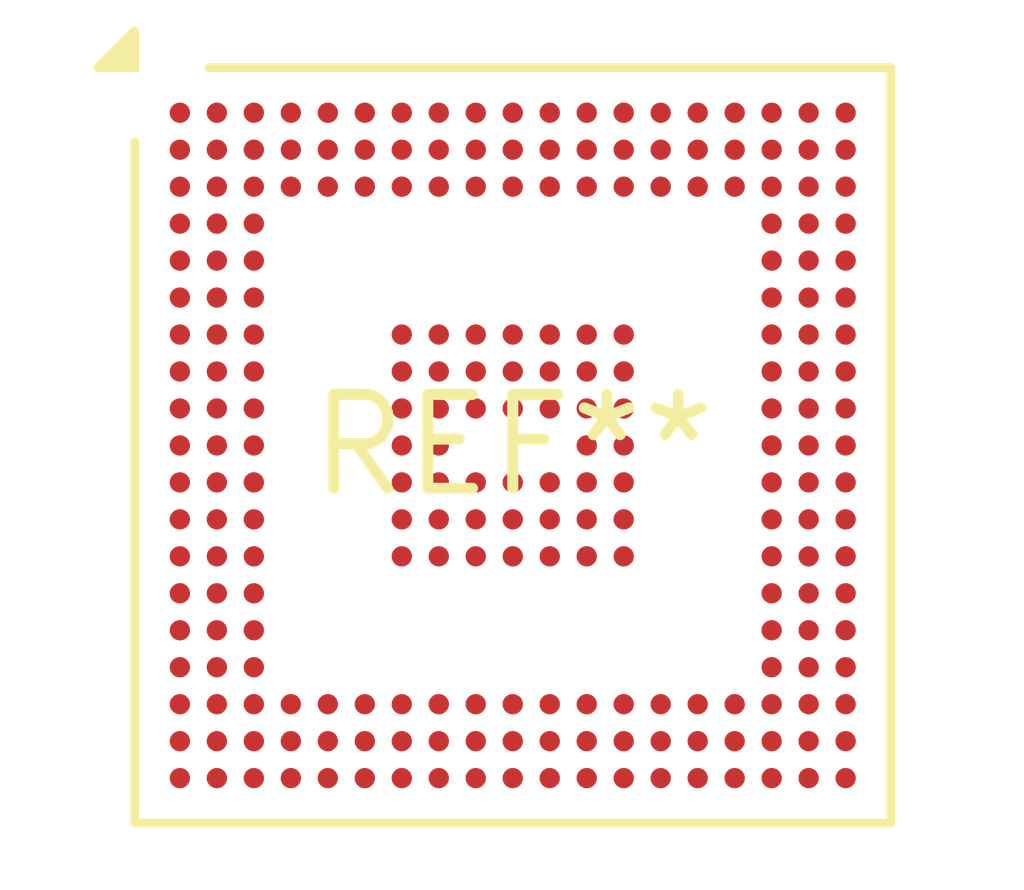
<source format=kicad_pcb>
(kicad_pcb (version 20240108) (generator pcbnew)
  (layers (0 "F.Cu" signal) (31 "B.Cu" signal) (34 "B.Paste" user) (35 "F.Paste" user) (36 "B.SilkS" user "B.Silkscreen") (37 "F.SilkS" user "F.Silkscreen") (38 "B.Mask" user) (39 "F.Mask" user) (44 "Edge.Cuts" user))
  (net 0 "")
  (footprint "Xilinx_CPG238" (layer "F.Cu") (at 0 0)
    (property "Reference" "REF**")
    (property "Value" "Xilinx_CPG238")
    (fp_line (start -5.11 5.11) (end -5.11 -4.11) (layer "F.SilkS") (stroke (width 0.12)))
    (fp_line (start -4.11 -5.11) (end 5.11 -5.11) (layer "F.SilkS") (stroke (width 0.12)))
    (fp_line (start 5.11 -5.11) (end 5.11 5.11) (layer "F.SilkS") (stroke (width 0.12)))
    (fp_line (start 5.11 5.11) (end -5.11 5.11) (layer "F.SilkS") (stroke (width 0.12)))
    (fp_poly (pts (xy -5.11 -5.11) (xy -5.61 -5.11) (xy -5.11 -5.61) (xy -5.11 -5.11)) (layer "F.SilkS") (stroke (width 0.12)) (fill solid))
    (pad "A1" smd circle (at -4.5 -4.5) (size 0.275 0.275) (property pad_prop_bga) (layers "F.Cu" "F.Paste" "F.Mask"))
    (pad "A2" smd circle (at -4 -4.5) (size 0.275 0.275) (property pad_prop_bga) (layers "F.Cu" "F.Paste" "F.Mask"))
    (pad "A3" smd circle (at -3.5 -4.5) (size 0.275 0.275) (property pad_prop_bga) (layers "F.Cu" "F.Paste" "F.Mask"))
    (pad "A4" smd circle (at -3 -4.5) (size 0.275 0.275) (property pad_prop_bga) (layers "F.Cu" "F.Paste" "F.Mask"))
    (pad "A5" smd circle (at -2.5 -4.5) (size 0.275 0.275) (property pad_prop_bga) (layers "F.Cu" "F.Paste" "F.Mask"))
    (pad "A6" smd circle (at -2 -4.5) (size 0.275 0.275) (property pad_prop_bga) (layers "F.Cu" "F.Paste" "F.Mask"))
    (pad "A7" smd circle (at -1.5 -4.5) (size 0.275 0.275) (property pad_prop_bga) (layers "F.Cu" "F.Paste" "F.Mask"))
    (pad "A8" smd circle (at -1 -4.5) (size 0.275 0.275) (property pad_prop_bga) (layers "F.Cu" "F.Paste" "F.Mask"))
    (pad "A9" smd circle (at -0.5 -4.5) (size 0.275 0.275) (property pad_prop_bga) (layers "F.Cu" "F.Paste" "F.Mask"))
    (pad "A10" smd circle (at 0 -4.5) (size 0.275 0.275) (property pad_prop_bga) (layers "F.Cu" "F.Paste" "F.Mask"))
    (pad "A11" smd circle (at 0.5 -4.5) (size 0.275 0.275) (property pad_prop_bga) (layers "F.Cu" "F.Paste" "F.Mask"))
    (pad "A12" smd circle (at 1 -4.5) (size 0.275 0.275) (property pad_prop_bga) (layers "F.Cu" "F.Paste" "F.Mask"))
    (pad "A13" smd circle (at 1.5 -4.5) (size 0.275 0.275) (property pad_prop_bga) (layers "F.Cu" "F.Paste" "F.Mask"))
    (pad "A14" smd circle (at 2 -4.5) (size 0.275 0.275) (property pad_prop_bga) (layers "F.Cu" "F.Paste" "F.Mask"))
    (pad "A15" smd circle (at 2.5 -4.5) (size 0.275 0.275) (property pad_prop_bga) (layers "F.Cu" "F.Paste" "F.Mask"))
    (pad "A16" smd circle (at 3 -4.5) (size 0.275 0.275) (property pad_prop_bga) (layers "F.Cu" "F.Paste" "F.Mask"))
    (pad "A17" smd circle (at 3.5 -4.5) (size 0.275 0.275) (property pad_prop_bga) (layers "F.Cu" "F.Paste" "F.Mask"))
    (pad "A18" smd circle (at 4 -4.5) (size 0.275 0.275) (property pad_prop_bga) (layers "F.Cu" "F.Paste" "F.Mask"))
    (pad "A19" smd circle (at 4.5 -4.5) (size 0.275 0.275) (property pad_prop_bga) (layers "F.Cu" "F.Paste" "F.Mask"))
    (pad "B1" smd circle (at -4.5 -4) (size 0.275 0.275) (property pad_prop_bga) (layers "F.Cu" "F.Paste" "F.Mask"))
    (pad "B2" smd circle (at -4 -4) (size 0.275 0.275) (property pad_prop_bga) (layers "F.Cu" "F.Paste" "F.Mask"))
    (pad "B3" smd circle (at -3.5 -4) (size 0.275 0.275) (property pad_prop_bga) (layers "F.Cu" "F.Paste" "F.Mask"))
    (pad "B4" smd circle (at -3 -4) (size 0.275 0.275) (property pad_prop_bga) (layers "F.Cu" "F.Paste" "F.Mask"))
    (pad "B5" smd circle (at -2.5 -4) (size 0.275 0.275) (property pad_prop_bga) (layers "F.Cu" "F.Paste" "F.Mask"))
    (pad "B6" smd circle (at -2 -4) (size 0.275 0.275) (property pad_prop_bga) (layers "F.Cu" "F.Paste" "F.Mask"))
    (pad "B7" smd circle (at -1.5 -4) (size 0.275 0.275) (property pad_prop_bga) (layers "F.Cu" "F.Paste" "F.Mask"))
    (pad "B8" smd circle (at -1 -4) (size 0.275 0.275) (property pad_prop_bga) (layers "F.Cu" "F.Paste" "F.Mask"))
    (pad "B9" smd circle (at -0.5 -4) (size 0.275 0.275) (property pad_prop_bga) (layers "F.Cu" "F.Paste" "F.Mask"))
    (pad "B10" smd circle (at 0 -4) (size 0.275 0.275) (property pad_prop_bga) (layers "F.Cu" "F.Paste" "F.Mask"))
    (pad "B11" smd circle (at 0.5 -4) (size 0.275 0.275) (property pad_prop_bga) (layers "F.Cu" "F.Paste" "F.Mask"))
    (pad "B12" smd circle (at 1 -4) (size 0.275 0.275) (property pad_prop_bga) (layers "F.Cu" "F.Paste" "F.Mask"))
    (pad "B13" smd circle (at 1.5 -4) (size 0.275 0.275) (property pad_prop_bga) (layers "F.Cu" "F.Paste" "F.Mask"))
    (pad "B14" smd circle (at 2 -4) (size 0.275 0.275) (property pad_prop_bga) (layers "F.Cu" "F.Paste" "F.Mask"))
    (pad "B15" smd circle (at 2.5 -4) (size 0.275 0.275) (property pad_prop_bga) (layers "F.Cu" "F.Paste" "F.Mask"))
    (pad "B16" smd circle (at 3 -4) (size 0.275 0.275) (property pad_prop_bga) (layers "F.Cu" "F.Paste" "F.Mask"))
    (pad "B17" smd circle (at 3.5 -4) (size 0.275 0.275) (property pad_prop_bga) (layers "F.Cu" "F.Paste" "F.Mask"))
    (pad "B18" smd circle (at 4 -4) (size 0.275 0.275) (property pad_prop_bga) (layers "F.Cu" "F.Paste" "F.Mask"))
    (pad "B19" smd circle (at 4.5 -4) (size 0.275 0.275) (property pad_prop_bga) (layers "F.Cu" "F.Paste" "F.Mask"))
    (pad "C1" smd circle (at -4.5 -3.5) (size 0.275 0.275) (property pad_prop_bga) (layers "F.Cu" "F.Paste" "F.Mask"))
    (pad "C2" smd circle (at -4 -3.5) (size 0.275 0.275) (property pad_prop_bga) (layers "F.Cu" "F.Paste" "F.Mask"))
    (pad "C3" smd circle (at -3.5 -3.5) (size 0.275 0.275) (property pad_prop_bga) (layers "F.Cu" "F.Paste" "F.Mask"))
    (pad "C4" smd circle (at -3 -3.5) (size 0.275 0.275) (property pad_prop_bga) (layers "F.Cu" "F.Paste" "F.Mask"))
    (pad "C5" smd circle (at -2.5 -3.5) (size 0.275 0.275) (property pad_prop_bga) (layers "F.Cu" "F.Paste" "F.Mask"))
    (pad "C6" smd circle (at -2 -3.5) (size 0.275 0.275) (property pad_prop_bga) (layers "F.Cu" "F.Paste" "F.Mask"))
    (pad "C7" smd circle (at -1.5 -3.5) (size 0.275 0.275) (property pad_prop_bga) (layers "F.Cu" "F.Paste" "F.Mask"))
    (pad "C8" smd circle (at -1 -3.5) (size 0.275 0.275) (property pad_prop_bga) (layers "F.Cu" "F.Paste" "F.Mask"))
    (pad "C9" smd circle (at -0.5 -3.5) (size 0.275 0.275) (property pad_prop_bga) (layers "F.Cu" "F.Paste" "F.Mask"))
    (pad "C10" smd circle (at 0 -3.5) (size 0.275 0.275) (property pad_prop_bga) (layers "F.Cu" "F.Paste" "F.Mask"))
    (pad "C11" smd circle (at 0.5 -3.5) (size 0.275 0.275) (property pad_prop_bga) (layers "F.Cu" "F.Paste" "F.Mask"))
    (pad "C12" smd circle (at 1 -3.5) (size 0.275 0.275) (property pad_prop_bga) (layers "F.Cu" "F.Paste" "F.Mask"))
    (pad "C13" smd circle (at 1.5 -3.5) (size 0.275 0.275) (property pad_prop_bga) (layers "F.Cu" "F.Paste" "F.Mask"))
    (pad "C14" smd circle (at 2 -3.5) (size 0.275 0.275) (property pad_prop_bga) (layers "F.Cu" "F.Paste" "F.Mask"))
    (pad "C15" smd circle (at 2.5 -3.5) (size 0.275 0.275) (property pad_prop_bga) (layers "F.Cu" "F.Paste" "F.Mask"))
    (pad "C16" smd circle (at 3 -3.5) (size 0.275 0.275) (property pad_prop_bga) (layers "F.Cu" "F.Paste" "F.Mask"))
    (pad "C17" smd circle (at 3.5 -3.5) (size 0.275 0.275) (property pad_prop_bga) (layers "F.Cu" "F.Paste" "F.Mask"))
    (pad "C18" smd circle (at 4 -3.5) (size 0.275 0.275) (property pad_prop_bga) (layers "F.Cu" "F.Paste" "F.Mask"))
    (pad "C19" smd circle (at 4.5 -3.5) (size 0.275 0.275) (property pad_prop_bga) (layers "F.Cu" "F.Paste" "F.Mask"))
    (pad "D1" smd circle (at -4.5 -3) (size 0.275 0.275) (property pad_prop_bga) (layers "F.Cu" "F.Paste" "F.Mask"))
    (pad "D2" smd circle (at -4 -3) (size 0.275 0.275) (property pad_prop_bga) (layers "F.Cu" "F.Paste" "F.Mask"))
    (pad "D3" smd circle (at -3.5 -3) (size 0.275 0.275) (property pad_prop_bga) (layers "F.Cu" "F.Paste" "F.Mask"))
    (pad "D17" smd circle (at 3.5 -3) (size 0.275 0.275) (property pad_prop_bga) (layers "F.Cu" "F.Paste" "F.Mask"))
    (pad "D18" smd circle (at 4 -3) (size 0.275 0.275) (property pad_prop_bga) (layers "F.Cu" "F.Paste" "F.Mask"))
    (pad "D19" smd circle (at 4.5 -3) (size 0.275 0.275) (property pad_prop_bga) (layers "F.Cu" "F.Paste" "F.Mask"))
    (pad "E1" smd circle (at -4.5 -2.5) (size 0.275 0.275) (property pad_prop_bga) (layers "F.Cu" "F.Paste" "F.Mask"))
    (pad "E2" smd circle (at -4 -2.5) (size 0.275 0.275) (property pad_prop_bga) (layers "F.Cu" "F.Paste" "F.Mask"))
    (pad "E3" smd circle (at -3.5 -2.5) (size 0.275 0.275) (property pad_prop_bga) (layers "F.Cu" "F.Paste" "F.Mask"))
    (pad "E17" smd circle (at 3.5 -2.5) (size 0.275 0.275) (property pad_prop_bga) (layers "F.Cu" "F.Paste" "F.Mask"))
    (pad "E18" smd circle (at 4 -2.5) (size 0.275 0.275) (property pad_prop_bga) (layers "F.Cu" "F.Paste" "F.Mask"))
    (pad "E19" smd circle (at 4.5 -2.5) (size 0.275 0.275) (property pad_prop_bga) (layers "F.Cu" "F.Paste" "F.Mask"))
    (pad "F1" smd circle (at -4.5 -2) (size 0.275 0.275) (property pad_prop_bga) (layers "F.Cu" "F.Paste" "F.Mask"))
    (pad "F2" smd circle (at -4 -2) (size 0.275 0.275) (property pad_prop_bga) (layers "F.Cu" "F.Paste" "F.Mask"))
    (pad "F3" smd circle (at -3.5 -2) (size 0.275 0.275) (property pad_prop_bga) (layers "F.Cu" "F.Paste" "F.Mask"))
    (pad "F17" smd circle (at 3.5 -2) (size 0.275 0.275) (property pad_prop_bga) (layers "F.Cu" "F.Paste" "F.Mask"))
    (pad "F18" smd circle (at 4 -2) (size 0.275 0.275) (property pad_prop_bga) (layers "F.Cu" "F.Paste" "F.Mask"))
    (pad "F19" smd circle (at 4.5 -2) (size 0.275 0.275) (property pad_prop_bga) (layers "F.Cu" "F.Paste" "F.Mask"))
    (pad "G1" smd circle (at -4.5 -1.5) (size 0.275 0.275) (property pad_prop_bga) (layers "F.Cu" "F.Paste" "F.Mask"))
    (pad "G2" smd circle (at -4 -1.5) (size 0.275 0.275) (property pad_prop_bga) (layers "F.Cu" "F.Paste" "F.Mask"))
    (pad "G3" smd circle (at -3.5 -1.5) (size 0.275 0.275) (property pad_prop_bga) (layers "F.Cu" "F.Paste" "F.Mask"))
    (pad "G7" smd circle (at -1.5 -1.5) (size 0.275 0.275) (property pad_prop_bga) (layers "F.Cu" "F.Paste" "F.Mask"))
    (pad "G8" smd circle (at -1 -1.5) (size 0.275 0.275) (property pad_prop_bga) (layers "F.Cu" "F.Paste" "F.Mask"))
    (pad "G9" smd circle (at -0.5 -1.5) (size 0.275 0.275) (property pad_prop_bga) (layers "F.Cu" "F.Paste" "F.Mask"))
    (pad "G10" smd circle (at 0 -1.5) (size 0.275 0.275) (property pad_prop_bga) (layers "F.Cu" "F.Paste" "F.Mask"))
    (pad "G11" smd circle (at 0.5 -1.5) (size 0.275 0.275) (property pad_prop_bga) (layers "F.Cu" "F.Paste" "F.Mask"))
    (pad "G12" smd circle (at 1 -1.5) (size 0.275 0.275) (property pad_prop_bga) (layers "F.Cu" "F.Paste" "F.Mask"))
    (pad "G13" smd circle (at 1.5 -1.5) (size 0.275 0.275) (property pad_prop_bga) (layers "F.Cu" "F.Paste" "F.Mask"))
    (pad "G17" smd circle (at 3.5 -1.5) (size 0.275 0.275) (property pad_prop_bga) (layers "F.Cu" "F.Paste" "F.Mask"))
    (pad "G18" smd circle (at 4 -1.5) (size 0.275 0.275) (property pad_prop_bga) (layers "F.Cu" "F.Paste" "F.Mask"))
    (pad "G19" smd circle (at 4.5 -1.5) (size 0.275 0.275) (property pad_prop_bga) (layers "F.Cu" "F.Paste" "F.Mask"))
    (pad "H1" smd circle (at -4.5 -1) (size 0.275 0.275) (property pad_prop_bga) (layers "F.Cu" "F.Paste" "F.Mask"))
    (pad "H2" smd circle (at -4 -1) (size 0.275 0.275) (property pad_prop_bga) (layers "F.Cu" "F.Paste" "F.Mask"))
    (pad "H3" smd circle (at -3.5 -1) (size 0.275 0.275) (property pad_prop_bga) (layers "F.Cu" "F.Paste" "F.Mask"))
    (pad "H7" smd circle (at -1.5 -1) (size 0.275 0.275) (property pad_prop_bga) (layers "F.Cu" "F.Paste" "F.Mask"))
    (pad "H8" smd circle (at -1 -1) (size 0.275 0.275) (property pad_prop_bga) (layers "F.Cu" "F.Paste" "F.Mask"))
    (pad "H9" smd circle (at -0.5 -1) (size 0.275 0.275) (property pad_prop_bga) (layers "F.Cu" "F.Paste" "F.Mask"))
    (pad "H10" smd circle (at 0 -1) (size 0.275 0.275) (property pad_prop_bga) (layers "F.Cu" "F.Paste" "F.Mask"))
    (pad "H11" smd circle (at 0.5 -1) (size 0.275 0.275) (property pad_prop_bga) (layers "F.Cu" "F.Paste" "F.Mask"))
    (pad "H12" smd circle (at 1 -1) (size 0.275 0.275) (property pad_prop_bga) (layers "F.Cu" "F.Paste" "F.Mask"))
    (pad "H13" smd circle (at 1.5 -1) (size 0.275 0.275) (property pad_prop_bga) (layers "F.Cu" "F.Paste" "F.Mask"))
    (pad "H17" smd circle (at 3.5 -1) (size 0.275 0.275) (property pad_prop_bga) (layers "F.Cu" "F.Paste" "F.Mask"))
    (pad "H18" smd circle (at 4 -1) (size 0.275 0.275) (property pad_prop_bga) (layers "F.Cu" "F.Paste" "F.Mask"))
    (pad "H19" smd circle (at 4.5 -1) (size 0.275 0.275) (property pad_prop_bga) (layers "F.Cu" "F.Paste" "F.Mask"))
    (pad "J1" smd circle (at -4.5 -0.5) (size 0.275 0.275) (property pad_prop_bga) (layers "F.Cu" "F.Paste" "F.Mask"))
    (pad "J2" smd circle (at -4 -0.5) (size 0.275 0.275) (property pad_prop_bga) (layers "F.Cu" "F.Paste" "F.Mask"))
    (pad "J3" smd circle (at -3.5 -0.5) (size 0.275 0.275) (property pad_prop_bga) (layers "F.Cu" "F.Paste" "F.Mask"))
    (pad "J7" smd circle (at -1.5 -0.5) (size 0.275 0.275) (property pad_prop_bga) (layers "F.Cu" "F.Paste" "F.Mask"))
    (pad "J8" smd circle (at -1 -0.5) (size 0.275 0.275) (property pad_prop_bga) (layers "F.Cu" "F.Paste" "F.Mask"))
    (pad "J9" smd circle (at -0.5 -0.5) (size 0.275 0.275) (property pad_prop_bga) (layers "F.Cu" "F.Paste" "F.Mask"))
    (pad "J10" smd circle (at 0 -0.5) (size 0.275 0.275) (property pad_prop_bga) (layers "F.Cu" "F.Paste" "F.Mask"))
    (pad "J11" smd circle (at 0.5 -0.5) (size 0.275 0.275) (property pad_prop_bga) (layers "F.Cu" "F.Paste" "F.Mask"))
    (pad "J12" smd circle (at 1 -0.5) (size 0.275 0.275) (property pad_prop_bga) (layers "F.Cu" "F.Paste" "F.Mask"))
    (pad "J13" smd circle (at 1.5 -0.5) (size 0.275 0.275) (property pad_prop_bga) (layers "F.Cu" "F.Paste" "F.Mask"))
    (pad "J17" smd circle (at 3.5 -0.5) (size 0.275 0.275) (property pad_prop_bga) (layers "F.Cu" "F.Paste" "F.Mask"))
    (pad "J18" smd circle (at 4 -0.5) (size 0.275 0.275) (property pad_prop_bga) (layers "F.Cu" "F.Paste" "F.Mask"))
    (pad "J19" smd circle (at 4.5 -0.5) (size 0.275 0.275) (property pad_prop_bga) (layers "F.Cu" "F.Paste" "F.Mask"))
    (pad "K1" smd circle (at -4.5 0) (size 0.275 0.275) (property pad_prop_bga) (layers "F.Cu" "F.Paste" "F.Mask"))
    (pad "K2" smd circle (at -4 0) (size 0.275 0.275) (property pad_prop_bga) (layers "F.Cu" "F.Paste" "F.Mask"))
    (pad "K3" smd circle (at -3.5 0) (size 0.275 0.275) (property pad_prop_bga) (layers "F.Cu" "F.Paste" "F.Mask"))
    (pad "K7" smd circle (at -1.5 0) (size 0.275 0.275) (property pad_prop_bga) (layers "F.Cu" "F.Paste" "F.Mask"))
    (pad "K8" smd circle (at -1 0) (size 0.275 0.275) (property pad_prop_bga) (layers "F.Cu" "F.Paste" "F.Mask"))
    (pad "K12" smd circle (at 1 0) (size 0.275 0.275) (property pad_prop_bga) (layers "F.Cu" "F.Paste" "F.Mask"))
    (pad "K13" smd circle (at 1.5 0) (size 0.275 0.275) (property pad_prop_bga) (layers "F.Cu" "F.Paste" "F.Mask"))
    (pad "K17" smd circle (at 3.5 0) (size 0.275 0.275) (property pad_prop_bga) (layers "F.Cu" "F.Paste" "F.Mask"))
    (pad "K18" smd circle (at 4 0) (size 0.275 0.275) (property pad_prop_bga) (layers "F.Cu" "F.Paste" "F.Mask"))
    (pad "K19" smd circle (at 4.5 0) (size 0.275 0.275) (property pad_prop_bga) (layers "F.Cu" "F.Paste" "F.Mask"))
    (pad "L1" smd circle (at -4.5 0.5) (size 0.275 0.275) (property pad_prop_bga) (layers "F.Cu" "F.Paste" "F.Mask"))
    (pad "L2" smd circle (at -4 0.5) (size 0.275 0.275) (property pad_prop_bga) (layers "F.Cu" "F.Paste" "F.Mask"))
    (pad "L3" smd circle (at -3.5 0.5) (size 0.275 0.275) (property pad_prop_bga) (layers "F.Cu" "F.Paste" "F.Mask"))
    (pad "L7" smd circle (at -1.5 0.5) (size 0.275 0.275) (property pad_prop_bga) (layers "F.Cu" "F.Paste" "F.Mask"))
    (pad "L8" smd circle (at -1 0.5) (size 0.275 0.275) (property pad_prop_bga) (layers "F.Cu" "F.Paste" "F.Mask"))
    (pad "L9" smd circle (at -0.5 0.5) (size 0.275 0.275) (property pad_prop_bga) (layers "F.Cu" "F.Paste" "F.Mask"))
    (pad "L10" smd circle (at 0 0.5) (size 0.275 0.275) (property pad_prop_bga) (layers "F.Cu" "F.Paste" "F.Mask"))
    (pad "L11" smd circle (at 0.5 0.5) (size 0.275 0.275) (property pad_prop_bga) (layers "F.Cu" "F.Paste" "F.Mask"))
    (pad "L12" smd circle (at 1 0.5) (size 0.275 0.275) (property pad_prop_bga) (layers "F.Cu" "F.Paste" "F.Mask"))
    (pad "L13" smd circle (at 1.5 0.5) (size 0.275 0.275) (property pad_prop_bga) (layers "F.Cu" "F.Paste" "F.Mask"))
    (pad "L17" smd circle (at 3.5 0.5) (size 0.275 0.275) (property pad_prop_bga) (layers "F.Cu" "F.Paste" "F.Mask"))
    (pad "L18" smd circle (at 4 0.5) (size 0.275 0.275) (property pad_prop_bga) (layers "F.Cu" "F.Paste" "F.Mask"))
    (pad "L19" smd circle (at 4.5 0.5) (size 0.275 0.275) (property pad_prop_bga) (layers "F.Cu" "F.Paste" "F.Mask"))
    (pad "M1" smd circle (at -4.5 1) (size 0.275 0.275) (property pad_prop_bga) (layers "F.Cu" "F.Paste" "F.Mask"))
    (pad "M2" smd circle (at -4 1) (size 0.275 0.275) (property pad_prop_bga) (layers "F.Cu" "F.Paste" "F.Mask"))
    (pad "M3" smd circle (at -3.5 1) (size 0.275 0.275) (property pad_prop_bga) (layers "F.Cu" "F.Paste" "F.Mask"))
    (pad "M7" smd circle (at -1.5 1) (size 0.275 0.275) (property pad_prop_bga) (layers "F.Cu" "F.Paste" "F.Mask"))
    (pad "M8" smd circle (at -1 1) (size 0.275 0.275) (property pad_prop_bga) (layers "F.Cu" "F.Paste" "F.Mask"))
    (pad "M9" smd circle (at -0.5 1) (size 0.275 0.275) (property pad_prop_bga) (layers "F.Cu" "F.Paste" "F.Mask"))
    (pad "M10" smd circle (at 0 1) (size 0.275 0.275) (property pad_prop_bga) (layers "F.Cu" "F.Paste" "F.Mask"))
    (pad "M11" smd circle (at 0.5 1) (size 0.275 0.275) (property pad_prop_bga) (layers "F.Cu" "F.Paste" "F.Mask"))
    (pad "M12" smd circle (at 1 1) (size 0.275 0.275) (property pad_prop_bga) (layers "F.Cu" "F.Paste" "F.Mask"))
    (pad "M13" smd circle (at 1.5 1) (size 0.275 0.275) (property pad_prop_bga) (layers "F.Cu" "F.Paste" "F.Mask"))
    (pad "M17" smd circle (at 3.5 1) (size 0.275 0.275) (property pad_prop_bga) (layers "F.Cu" "F.Paste" "F.Mask"))
    (pad "M18" smd circle (at 4 1) (size 0.275 0.275) (property pad_prop_bga) (layers "F.Cu" "F.Paste" "F.Mask"))
    (pad "M19" smd circle (at 4.5 1) (size 0.275 0.275) (property pad_prop_bga) (layers "F.Cu" "F.Paste" "F.Mask"))
    (pad "N1" smd circle (at -4.5 1.5) (size 0.275 0.275) (property pad_prop_bga) (layers "F.Cu" "F.Paste" "F.Mask"))
    (pad "N2" smd circle (at -4 1.5) (size 0.275 0.275) (property pad_prop_bga) (layers "F.Cu" "F.Paste" "F.Mask"))
    (pad "N3" smd circle (at -3.5 1.5) (size 0.275 0.275) (property pad_prop_bga) (layers "F.Cu" "F.Paste" "F.Mask"))
    (pad "N7" smd circle (at -1.5 1.5) (size 0.275 0.275) (property pad_prop_bga) (layers "F.Cu" "F.Paste" "F.Mask"))
    (pad "N8" smd circle (at -1 1.5) (size 0.275 0.275) (property pad_prop_bga) (layers "F.Cu" "F.Paste" "F.Mask"))
    (pad "N9" smd circle (at -0.5 1.5) (size 0.275 0.275) (property pad_prop_bga) (layers "F.Cu" "F.Paste" "F.Mask"))
    (pad "N10" smd circle (at 0 1.5) (size 0.275 0.275) (property pad_prop_bga) (layers "F.Cu" "F.Paste" "F.Mask"))
    (pad "N11" smd circle (at 0.5 1.5) (size 0.275 0.275) (property pad_prop_bga) (layers "F.Cu" "F.Paste" "F.Mask"))
    (pad "N12" smd circle (at 1 1.5) (size 0.275 0.275) (property pad_prop_bga) (layers "F.Cu" "F.Paste" "F.Mask"))
    (pad "N13" smd circle (at 1.5 1.5) (size 0.275 0.275) (property pad_prop_bga) (layers "F.Cu" "F.Paste" "F.Mask"))
    (pad "N17" smd circle (at 3.5 1.5) (size 0.275 0.275) (property pad_prop_bga) (layers "F.Cu" "F.Paste" "F.Mask"))
    (pad "N18" smd circle (at 4 1.5) (size 0.275 0.275) (property pad_prop_bga) (layers "F.Cu" "F.Paste" "F.Mask"))
    (pad "N19" smd circle (at 4.5 1.5) (size 0.275 0.275) (property pad_prop_bga) (layers "F.Cu" "F.Paste" "F.Mask"))
    (pad "P1" smd circle (at -4.5 2) (size 0.275 0.275) (property pad_prop_bga) (layers "F.Cu" "F.Paste" "F.Mask"))
    (pad "P2" smd circle (at -4 2) (size 0.275 0.275) (property pad_prop_bga) (layers "F.Cu" "F.Paste" "F.Mask"))
    (pad "P3" smd circle (at -3.5 2) (size 0.275 0.275) (property pad_prop_bga) (layers "F.Cu" "F.Paste" "F.Mask"))
    (pad "P17" smd circle (at 3.5 2) (size 0.275 0.275) (property pad_prop_bga) (layers "F.Cu" "F.Paste" "F.Mask"))
    (pad "P18" smd circle (at 4 2) (size 0.275 0.275) (property pad_prop_bga) (layers "F.Cu" "F.Paste" "F.Mask"))
    (pad "P19" smd circle (at 4.5 2) (size 0.275 0.275) (property pad_prop_bga) (layers "F.Cu" "F.Paste" "F.Mask"))
    (pad "R1" smd circle (at -4.5 2.5) (size 0.275 0.275) (property pad_prop_bga) (layers "F.Cu" "F.Paste" "F.Mask"))
    (pad "R2" smd circle (at -4 2.5) (size 0.275 0.275) (property pad_prop_bga) (layers "F.Cu" "F.Paste" "F.Mask"))
    (pad "R3" smd circle (at -3.5 2.5) (size 0.275 0.275) (property pad_prop_bga) (layers "F.Cu" "F.Paste" "F.Mask"))
    (pad "R17" smd circle (at 3.5 2.5) (size 0.275 0.275) (property pad_prop_bga) (layers "F.Cu" "F.Paste" "F.Mask"))
    (pad "R18" smd circle (at 4 2.5) (size 0.275 0.275) (property pad_prop_bga) (layers "F.Cu" "F.Paste" "F.Mask"))
    (pad "R19" smd circle (at 4.5 2.5) (size 0.275 0.275) (property pad_prop_bga) (layers "F.Cu" "F.Paste" "F.Mask"))
    (pad "T1" smd circle (at -4.5 3) (size 0.275 0.275) (property pad_prop_bga) (layers "F.Cu" "F.Paste" "F.Mask"))
    (pad "T2" smd circle (at -4 3) (size 0.275 0.275) (property pad_prop_bga) (layers "F.Cu" "F.Paste" "F.Mask"))
    (pad "T3" smd circle (at -3.5 3) (size 0.275 0.275) (property pad_prop_bga) (layers "F.Cu" "F.Paste" "F.Mask"))
    (pad "T17" smd circle (at 3.5 3) (size 0.275 0.275) (property pad_prop_bga) (layers "F.Cu" "F.Paste" "F.Mask"))
    (pad "T18" smd circle (at 4 3) (size 0.275 0.275) (property pad_prop_bga) (layers "F.Cu" "F.Paste" "F.Mask"))
    (pad "T19" smd circle (at 4.5 3) (size 0.275 0.275) (property pad_prop_bga) (layers "F.Cu" "F.Paste" "F.Mask"))
    (pad "U1" smd circle (at -4.5 3.5) (size 0.275 0.275) (property pad_prop_bga) (layers "F.Cu" "F.Paste" "F.Mask"))
    (pad "U2" smd circle (at -4 3.5) (size 0.275 0.275) (property pad_prop_bga) (layers "F.Cu" "F.Paste" "F.Mask"))
    (pad "U3" smd circle (at -3.5 3.5) (size 0.275 0.275) (property pad_prop_bga) (layers "F.Cu" "F.Paste" "F.Mask"))
    (pad "U4" smd circle (at -3 3.5) (size 0.275 0.275) (property pad_prop_bga) (layers "F.Cu" "F.Paste" "F.Mask"))
    (pad "U5" smd circle (at -2.5 3.5) (size 0.275 0.275) (property pad_prop_bga) (layers "F.Cu" "F.Paste" "F.Mask"))
    (pad "U6" smd circle (at -2 3.5) (size 0.275 0.275) (property pad_prop_bga) (layers "F.Cu" "F.Paste" "F.Mask"))
    (pad "U7" smd circle (at -1.5 3.5) (size 0.275 0.275) (property pad_prop_bga) (layers "F.Cu" "F.Paste" "F.Mask"))
    (pad "U8" smd circle (at -1 3.5) (size 0.275 0.275) (property pad_prop_bga) (layers "F.Cu" "F.Paste" "F.Mask"))
    (pad "U9" smd circle (at -0.5 3.5) (size 0.275 0.275) (property pad_prop_bga) (layers "F.Cu" "F.Paste" "F.Mask"))
    (pad "U10" smd circle (at 0 3.5) (size 0.275 0.275) (property pad_prop_bga) (layers "F.Cu" "F.Paste" "F.Mask"))
    (pad "U11" smd circle (at 0.5 3.5) (size 0.275 0.275) (property pad_prop_bga) (layers "F.Cu" "F.Paste" "F.Mask"))
    (pad "U12" smd circle (at 1 3.5) (size 0.275 0.275) (property pad_prop_bga) (layers "F.Cu" "F.Paste" "F.Mask"))
    (pad "U13" smd circle (at 1.5 3.5) (size 0.275 0.275) (property pad_prop_bga) (layers "F.Cu" "F.Paste" "F.Mask"))
    (pad "U14" smd circle (at 2 3.5) (size 0.275 0.275) (property pad_prop_bga) (layers "F.Cu" "F.Paste" "F.Mask"))
    (pad "U15" smd circle (at 2.5 3.5) (size 0.275 0.275) (property pad_prop_bga) (layers "F.Cu" "F.Paste" "F.Mask"))
    (pad "U16" smd circle (at 3 3.5) (size 0.275 0.275) (property pad_prop_bga) (layers "F.Cu" "F.Paste" "F.Mask"))
    (pad "U17" smd circle (at 3.5 3.5) (size 0.275 0.275) (property pad_prop_bga) (layers "F.Cu" "F.Paste" "F.Mask"))
    (pad "U18" smd circle (at 4 3.5) (size 0.275 0.275) (property pad_prop_bga) (layers "F.Cu" "F.Paste" "F.Mask"))
    (pad "U19" smd circle (at 4.5 3.5) (size 0.275 0.275) (property pad_prop_bga) (layers "F.Cu" "F.Paste" "F.Mask"))
    (pad "V1" smd circle (at -4.5 4) (size 0.275 0.275) (property pad_prop_bga) (layers "F.Cu" "F.Paste" "F.Mask"))
    (pad "V2" smd circle (at -4 4) (size 0.275 0.275) (property pad_prop_bga) (layers "F.Cu" "F.Paste" "F.Mask"))
    (pad "V3" smd circle (at -3.5 4) (size 0.275 0.275) (property pad_prop_bga) (layers "F.Cu" "F.Paste" "F.Mask"))
    (pad "V4" smd circle (at -3 4) (size 0.275 0.275) (property pad_prop_bga) (layers "F.Cu" "F.Paste" "F.Mask"))
    (pad "V5" smd circle (at -2.5 4) (size 0.275 0.275) (property pad_prop_bga) (layers "F.Cu" "F.Paste" "F.Mask"))
    (pad "V6" smd circle (at -2 4) (size 0.275 0.275) (property pad_prop_bga) (layers "F.Cu" "F.Paste" "F.Mask"))
    (pad "V7" smd circle (at -1.5 4) (size 0.275 0.275) (property pad_prop_bga) (layers "F.Cu" "F.Paste" "F.Mask"))
    (pad "V8" smd circle (at -1 4) (size 0.275 0.275) (property pad_prop_bga) (layers "F.Cu" "F.Paste" "F.Mask"))
    (pad "V9" smd circle (at -0.5 4) (size 0.275 0.275) (property pad_prop_bga) (layers "F.Cu" "F.Paste" "F.Mask"))
    (pad "V10" smd circle (at 0 4) (size 0.275 0.275) (property pad_prop_bga) (layers "F.Cu" "F.Paste" "F.Mask"))
    (pad "V11" smd circle (at 0.5 4) (size 0.275 0.275) (property pad_prop_bga) (layers "F.Cu" "F.Paste" "F.Mask"))
    (pad "V12" smd circle (at 1 4) (size 0.275 0.275) (property pad_prop_bga) (layers "F.Cu" "F.Paste" "F.Mask"))
    (pad "V13" smd circle (at 1.5 4) (size 0.275 0.275) (property pad_prop_bga) (layers "F.Cu" "F.Paste" "F.Mask"))
    (pad "V14" smd circle (at 2 4) (size 0.275 0.275) (property pad_prop_bga) (layers "F.Cu" "F.Paste" "F.Mask"))
    (pad "V15" smd circle (at 2.5 4) (size 0.275 0.275) (property pad_prop_bga) (layers "F.Cu" "F.Paste" "F.Mask"))
    (pad "V16" smd circle (at 3 4) (size 0.275 0.275) (property pad_prop_bga) (layers "F.Cu" "F.Paste" "F.Mask"))
    (pad "V17" smd circle (at 3.5 4) (size 0.275 0.275) (property pad_prop_bga) (layers "F.Cu" "F.Paste" "F.Mask"))
    (pad "V18" smd circle (at 4 4) (size 0.275 0.275) (property pad_prop_bga) (layers "F.Cu" "F.Paste" "F.Mask"))
    (pad "V19" smd circle (at 4.5 4) (size 0.275 0.275) (property pad_prop_bga) (layers "F.Cu" "F.Paste" "F.Mask"))
    (pad "W1" smd circle (at -4.5 4.5) (size 0.275 0.275) (property pad_prop_bga) (layers "F.Cu" "F.Paste" "F.Mask"))
    (pad "W2" smd circle (at -4 4.5) (size 0.275 0.275) (property pad_prop_bga) (layers "F.Cu" "F.Paste" "F.Mask"))
    (pad "W3" smd circle (at -3.5 4.5) (size 0.275 0.275) (property pad_prop_bga) (layers "F.Cu" "F.Paste" "F.Mask"))
    (pad "W4" smd circle (at -3 4.5) (size 0.275 0.275) (property pad_prop_bga) (layers "F.Cu" "F.Paste" "F.Mask"))
    (pad "W5" smd circle (at -2.5 4.5) (size 0.275 0.275) (property pad_prop_bga) (layers "F.Cu" "F.Paste" "F.Mask"))
    (pad "W6" smd circle (at -2 4.5) (size 0.275 0.275) (property pad_prop_bga) (layers "F.Cu" "F.Paste" "F.Mask"))
    (pad "W7" smd circle (at -1.5 4.5) (size 0.275 0.275) (property pad_prop_bga) (layers "F.Cu" "F.Paste" "F.Mask"))
    (pad "W8" smd circle (at -1 4.5) (size 0.275 0.275) (property pad_prop_bga) (layers "F.Cu" "F.Paste" "F.Mask"))
    (pad "W9" smd circle (at -0.5 4.5) (size 0.275 0.275) (property pad_prop_bga) (layers "F.Cu" "F.Paste" "F.Mask"))
    (pad "W10" smd circle (at 0 4.5) (size 0.275 0.275) (property pad_prop_bga) (layers "F.Cu" "F.Paste" "F.Mask"))
    (pad "W11" smd circle (at 0.5 4.5) (size 0.275 0.275) (property pad_prop_bga) (layers "F.Cu" "F.Paste" "F.Mask"))
    (pad "W12" smd circle (at 1 4.5) (size 0.275 0.275) (property pad_prop_bga) (layers "F.Cu" "F.Paste" "F.Mask"))
    (pad "W13" smd circle (at 1.5 4.5) (size 0.275 0.275) (property pad_prop_bga) (layers "F.Cu" "F.Paste" "F.Mask"))
    (pad "W14" smd circle (at 2 4.5) (size 0.275 0.275) (property pad_prop_bga) (layers "F.Cu" "F.Paste" "F.Mask"))
    (pad "W15" smd circle (at 2.5 4.5) (size 0.275 0.275) (property pad_prop_bga) (layers "F.Cu" "F.Paste" "F.Mask"))
    (pad "W16" smd circle (at 3 4.5) (size 0.275 0.275) (property pad_prop_bga) (layers "F.Cu" "F.Paste" "F.Mask"))
    (pad "W17" smd circle (at 3.5 4.5) (size 0.275 0.275) (property pad_prop_bga) (layers "F.Cu" "F.Paste" "F.Mask"))
    (pad "W18" smd circle (at 4 4.5) (size 0.275 0.275) (property pad_prop_bga) (layers "F.Cu" "F.Paste" "F.Mask"))
    (pad "W19" smd circle (at 4.5 4.5) (size 0.275 0.275) (property pad_prop_bga) (layers "F.Cu" "F.Paste" "F.Mask"))
  )
)
</source>
